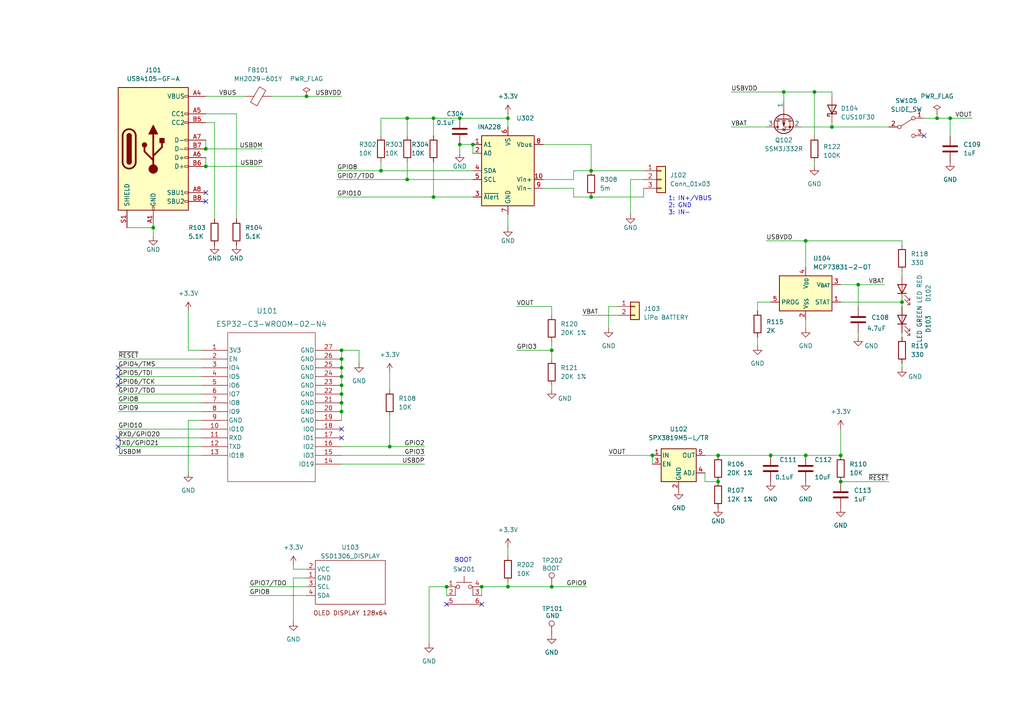
<source format=kicad_sch>
(kicad_sch (version 20250114) (generator "eeschema") (generator_version "9.0")
  (paper "A4")
  (title_block (title "Current Meter") (date "2025-05-11") (rev "Rev1") (company "HNZ") (comment 1 "Licensed under CC-BY-SA V4.0") (comment 2 "(C) 2025 Hiroshi Nakajima <hnakamiru1103@gmail.com>"))
  (lib_symbols
    (symbol "Battery_Management:MCP73831-2-OT"
      (property "Reference" "U" (at -7.62 6.35 0))
      (property "Value" "MCP73831-2-OT" (at 1.27 6.35 0))
      (symbol "MCP73831-2-OT_1_1"
        (pin input line (at -10.16 -2.54 0) (length 2.54) (name "PROG") (number "5"))
        (pin power_in line (at 0 7.62 270) (length 2.54) (name "V_{DD}") (number "4"))
        (pin power_in line (at 0 -7.62 90) (length 2.54) (name "V_{SS}") (number "2"))
        (pin power_out line (at 10.16 2.54 180) (length 2.54) (name "V_{BAT}") (number "3"))
        (pin tri_state line (at 10.16 -2.54 180) (length 2.54) (name "STAT") (number "1"))
      )
    )
    (symbol "Connector:TestPoint" (pin_numbers (hide yes)) (pin_names (offset 0.762) (hide yes))
      (property "Reference" "TP" (at 0 6.858 0))
      (property "Value" "TestPoint" (at 0 5.08 0))
      (symbol "TestPoint_1_1"
        (pin passive line (at 0 0 90) (length 2.54) (name "1") (number "1"))
      )
    )
    (symbol "Connector_Generic:Conn_01x02" (pin_names (offset 1.016) (hide yes))
      (property "Reference" "J" (at 0 2.54 0))
      (property "Value" "Conn_01x02" (at 0 -5.08 0))
      (symbol "Conn_01x02_1_1"
        (pin passive line (at -5.08 0 0) (length 3.81) (name "Pin_1") (number "1"))
        (pin passive line (at -5.08 -2.54 0) (length 3.81) (name "Pin_2") (number "2"))
      )
    )
    (symbol "Connector_Generic:Conn_01x03" (pin_names (offset 1.016) (hide yes))
      (property "Reference" "J" (at 0 5.08 0))
      (property "Value" "Conn_01x03" (at 0 -5.08 0))
      (symbol "Conn_01x03_1_1"
        (pin passive line (at -5.08 2.54 0) (length 3.81) (name "Pin_1") (number "1"))
        (pin passive line (at -5.08 0 0) (length 3.81) (name "Pin_2") (number "2"))
        (pin passive line (at -5.08 -2.54 0) (length 3.81) (name "Pin_3") (number "3"))
      )
    )
    (symbol "Device:C" (pin_numbers (hide yes)) (pin_names (offset 0.254))
      (property "Reference" "C" (at 0.635 2.54 0))
      (property "Value" "C" (at 0.635 -2.54 0))
      (symbol "C_1_1"
        (pin passive line (at 0 3.81 270) (length 2.794) (name "~") (number "1"))
        (pin passive line (at 0 -3.81 90) (length 2.794) (name "~") (number "2"))
      )
    )
    (symbol "Device:FerriteBead" (pin_numbers (hide yes)) (pin_names (offset 0))
      (property "Reference" "FB" (at -3.81 0.635 90))
      (property "Value" "FerriteBead" (at 3.81 0 90))
      (symbol "FerriteBead_1_1"
        (pin passive line (at 0 3.81 270) (length 2.54) (name "~") (number "1"))
        (pin passive line (at 0 -3.81 90) (length 2.54) (name "~") (number "2"))
      )
    )
    (symbol "Device:LED" (pin_numbers (hide yes)) (pin_names (offset 1.016) (hide yes))
      (property "Reference" "D" (at 0 2.54 0))
      (property "Value" "LED" (at 0 -2.54 0))
      (symbol "LED_1_1"
        (pin passive line (at -3.81 0 0) (length 2.54) (name "K") (number "1"))
        (pin passive line (at 3.81 0 180) (length 2.54) (name "A") (number "2"))
      )
    )
    (symbol "Device:R" (pin_numbers (hide yes)) (pin_names (offset 0))
      (property "Reference" "R" (at 2.032 0 90))
      (property "Value" "R" (at 0 0 90))
      (symbol "R_1_1"
        (pin passive line (at 0 3.81 270) (length 1.27) (name "~") (number "1"))
        (pin passive line (at 0 -3.81 90) (length 1.27) (name "~") (number "2"))
      )
    )
    (symbol "Diode:NSR0340HT1G" (pin_numbers (hide yes)) (pin_names (offset 1.016) (hide yes))
      (property "Reference" "D" (at 0 2.54 0))
      (property "Value" "NSR0340HT1G" (at 0 -2.54 0))
      (symbol "NSR0340HT1G_1_1"
        (pin passive line (at -3.81 0 0) (length 2.54) (name "K") (number "1"))
        (pin passive line (at 3.81 0 180) (length 2.54) (name "A") (number "2"))
      )
    )
    (symbol "Regulator_Linear:SPX3819M5-L" (pin_names (offset 0.254))
      (property "Reference" "U" (at -3.81 5.715 0))
      (property "Value" "SPX3819M5-L" (at 0 5.715 0))
      (symbol "SPX3819M5-L_1_1"
        (pin power_in line (at -7.62 2.54 0) (length 2.54) (name "IN") (number "1"))
        (pin input line (at -7.62 0 0) (length 2.54) (name "EN") (number "3"))
        (pin power_in line (at 0 -7.62 90) (length 2.54) (name "GND") (number "2"))
        (pin power_out line (at 7.62 2.54 180) (length 2.54) (name "OUT") (number "5"))
        (pin input line (at 7.62 -2.54 180) (length 2.54) (name "ADJ") (number "4"))
      )
    )
    (symbol "power:+3.3V" (power) (pin_numbers (hide yes)) (pin_names (offset 0) (hide yes))
      (property "Value" "+3.3V" (at 0 3.556 0))
      (symbol "+3.3V_1_1"
        (pin power_in line (at 0 0 90) (length 0) (name "~") (number "1"))
      )
    )
    (symbol "power:GND" (power) (pin_numbers (hide yes)) (pin_names (offset 0) (hide yes))
      (property "Value" "GND" (at 0 -3.81 0))
      (symbol "GND_1_1"
        (pin power_in line (at 0 0 270) (length 0) (name "~") (number "1"))
      )
    )
    (symbol "power:PWR_FLAG" (power) (pin_numbers (hide yes)) (pin_names (offset 0) (hide yes))
      (property "Value" "PWR_FLAG" (at 0 3.81 0))
      (symbol "PWR_FLAG_0_0"
        (pin power_out line (at 0 0 90) (length 0) (name "~") (number "1"))
      )
    )
    (symbol "tbctl:0R" (pin_numbers (hide yes)) (pin_names (offset 0))
      (property "Reference" "R" (at 2.032 0 90))
      (property "Value" "0R" (at 0 0 90))
      (symbol "0R_1_1"
        (pin passive line (at 0 3.81 270) (length 1.27) (name "~") (number "1"))
        (pin passive line (at 0 -3.81 90) (length 1.27) (name "~") (number "2"))
      )
    )
    (symbol "tbctl:10m" (pin_numbers (hide yes)) (pin_names (offset 0))
      (property "Reference" "R" (at 2.032 0 90))
      (property "Value" "10m" (at 0 0 90))
      (symbol "10m_1_1"
        (pin passive line (at 0 3.81 270) (length 1.27) (name "~") (number "1"))
        (pin passive line (at 0 -3.81 90) (length 1.27) (name "~") (number "2"))
      )
    )
    (symbol "tbctl:3.5x2.6 Tact SW" (pin_names (offset 1.016) (hide yes))
      (property "Reference" "SW" (at 0.635 5.715 0))
      (symbol "3.5x2.6 Tact SW_0_1"
        (pin passive line (at -5.08 2.54 0) (length 2.54) (name "1") (number "1"))
        (pin passive line (at -5.08 0 0) (length 2.54) (name "2") (number "2"))
        (pin passive line (at -5.08 -2.54 0) (length 2.54) (name "5") (number "5"))
        (pin passive line (at 5.08 2.54 180) (length 2.54) (name "A") (number "4"))
        (pin passive line (at 5.08 0 180) (length 2.54) (name "K") (number "3"))
        (pin passive line (at 5.08 -2.54 180) (length 2.54) (name "6") (number "6"))
      )
    )
    (symbol "tbctl:ESP32-C3-WROOM-02-N4" (pin_names (offset 0.254))
      (property "Reference" "U" (at 20.32 10.16 0))
      (property "Value" "ESP32-C3-WROOM-02-N4" (at 20.32 7.62 0))
      (symbol "ESP32-C3-WROOM-02-N4_0_1"
        (pin power_in line (at 0 0 0) (length 7.62) (name "3V3") (number "1"))
        (pin passive line (at 0 -2.54 0) (length 7.62) (name "EN") (number "2"))
        (pin bidirectional line (at 0 -5.08 0) (length 7.62) (name "IO4") (number "3"))
        (pin bidirectional line (at 0 -7.62 0) (length 7.62) (name "IO5") (number "4"))
        (pin bidirectional line (at 0 -10.16 0) (length 7.62) (name "IO6") (number "5"))
        (pin bidirectional line (at 0 -12.7 0) (length 7.62) (name "IO7") (number "6"))
        (pin bidirectional line (at 0 -15.24 0) (length 7.62) (name "IO8") (number "7"))
        (pin bidirectional line (at 0 -17.78 0) (length 7.62) (name "IO9") (number "8"))
        (pin power_in line (at 0 -20.32 0) (length 7.62) (name "GND") (number "9"))
        (pin bidirectional line (at 0 -22.86 0) (length 7.62) (name "IO10") (number "10"))
        (pin passive line (at 0 -25.4 0) (length 7.62) (name "RXD") (number "11"))
        (pin passive line (at 0 -27.94 0) (length 7.62) (name "TXD") (number "12"))
        (pin bidirectional line (at 0 -30.48 0) (length 7.62) (name "IO18") (number "13"))
        (pin power_in line (at 40.64 0 180) (length 7.62) (name "GND") (number "27"))
        (pin power_in line (at 40.64 -2.54 180) (length 7.62) (name "GND") (number "26"))
        (pin power_in line (at 40.64 -5.08 180) (length 7.62) (name "GND") (number "25"))
        (pin power_in line (at 40.64 -7.62 180) (length 7.62) (name "GND") (number "24"))
        (pin power_in line (at 40.64 -10.16 180) (length 7.62) (name "GND") (number "23"))
        (pin power_in line (at 40.64 -12.7 180) (length 7.62) (name "GND") (number "22"))
        (pin power_in line (at 40.64 -15.24 180) (length 7.62) (name "GND") (number "21"))
        (pin power_in line (at 40.64 -17.78 180) (length 7.62) (name "GND") (number "20"))
        (pin power_in line (at 40.64 -20.32 180) (length 7.62) (name "GND") (number "19"))
        (pin bidirectional line (at 40.64 -22.86 180) (length 7.62) (name "IO0") (number "18"))
        (pin bidirectional line (at 40.64 -25.4 180) (length 7.62) (name "IO1") (number "17"))
        (pin bidirectional line (at 40.64 -27.94 180) (length 7.62) (name "IO2") (number "16"))
        (pin bidirectional line (at 40.64 -30.48 180) (length 7.62) (name "IO3") (number "15"))
        (pin bidirectional line (at 40.64 -33.02 180) (length 7.62) (name "IO19") (number "14"))
      )
    )
    (symbol "tbctl:INA228"
      (property "Reference" "U" (at -6.35 11.43 0))
      (property "Value" "INA228" (at 3.81 11.43 0))
      (symbol "INA228_1_1"
        (pin input line (at -10.16 7.62 0) (length 2.54) (name "Vbus") (number "8"))
        (pin input line (at -10.16 -2.54 0) (length 2.54) (name "Vin+") (number "10"))
        (pin input line (at -10.16 -5.08 0) (length 2.54) (name "Vin-") (number "9"))
        (pin power_in line (at 0 12.7 270) (length 2.54) (name "VS") (number "6"))
        (pin power_in line (at 0 -12.7 90) (length 2.54) (name "GND") (number "7"))
        (pin input line (at 10.16 7.62 180) (length 2.54) (name "A1") (number "1"))
        (pin input line (at 10.16 5.08 180) (length 2.54) (name "A0") (number "2"))
        (pin bidirectional line (at 10.16 0 180) (length 2.54) (name "SDA") (number "4"))
        (pin input line (at 10.16 -2.54 180) (length 2.54) (name "SCL") (number "5"))
        (pin open_collector line (at 10.16 -7.62 180) (length 2.54) (name "~{Alert}") (number "3"))
      )
    )
    (symbol "tbctl:SLIDE_SW" (pin_names (offset 0) (hide yes))
      (property "Reference" "SW" (at 0 4.318 0))
      (property "Value" "SLIDE_SW" (at 0 -5.08 0))
      (symbol "SLIDE_SW_1_1"
        (pin passive line (at -5.08 0 0) (length 2.54) (name "B") (number "2"))
        (pin passive line (at 5.08 2.54 180) (length 2.54) (name "A") (number "1"))
        (pin passive line (at 5.08 -2.54 180) (length 2.54) (name "C") (number "3"))
      )
    )
    (symbol "tbctl:SSD1306_DISPLAY"
      (property "Reference" "U" (at -3.048 8.636 0))
      (property "Value" "SSD1306_DISPLAY" (at 0 0 0))
      (symbol "SSD1306_DISPLAY_1_1"
        (text "OLED DISPLAY 128x64" (at 0 -7.62 0) (effects (font (size 1.27 1.27))))
        (pin power_in line (at -12.7 5.08 0) (length 2.54) (name "VCC") (number "2"))
        (pin power_in line (at -12.7 2.54 0) (length 2.54) (name "GND") (number "1"))
        (pin passive line (at -12.7 0 0) (length 2.54) (name "SCL") (number "3"))
        (pin passive line (at -12.7 -2.54 0) (length 2.54) (name "SDA") (number "4"))
      )
    )
    (symbol "tbctl:SSM3J332R" (pin_numbers (hide yes)) (pin_names (offset 0))
      (property "Reference" "Q" (at 5.08 1.27 0))
      (property "Value" "SSM3J332R" (at 5.08 -1.27 0))
      (symbol "SSM3J332R_1_1"
        (pin input line (at -5.08 0 0) (length 2.54) (name "1") (number "1"))
        (pin passive line (at 2.54 5.08 270) (length 2.54) (name "3") (number "3"))
        (pin passive line (at 2.54 -5.08 90) (length 2.54) (name "2") (number "2"))
      )
    )
    (symbol "tbctl:USB_C_Receptacle_USB2.0_5077CR" (pin_names (offset 1.016))
      (property "Reference" "J" (at -10.16 19.05 0))
      (property "Value" "USB_C_Receptacle_USB2.0_5077CR" (at 19.05 19.05 0))
      (symbol "USB_C_Receptacle_USB2.0_5077CR_1_1"
        (pin passive line (at -7.62 -22.86 90) (length 5.08) (name "SHIELD") (number "S1"))
        (pin passive line (at 0 -22.86 90) (length 5.08) (name "GND") (number "A1"))
        (pin passive line (at 0 -22.86 90) (length 5.08) (hide yes) (name "GND") (number "A12"))
        (pin passive line (at 0 -22.86 90) (length 5.08) (hide yes) (name "GND") (number "B1"))
        (pin passive line (at 0 -22.86 90) (length 5.08) (hide yes) (name "GND") (number "B12"))
        (pin passive line (at 15.24 15.24 180) (length 5.08) (name "VBUS") (number "A4"))
        (pin passive line (at 15.24 15.24 180) (length 5.08) (hide yes) (name "VBUS") (number "A9"))
        (pin passive line (at 15.24 15.24 180) (length 5.08) (hide yes) (name "VBUS") (number "B4"))
        (pin passive line (at 15.24 15.24 180) (length 5.08) (hide yes) (name "VBUS") (number "B9"))
        (pin bidirectional line (at 15.24 10.16 180) (length 5.08) (name "CC1") (number "A5"))
        (pin bidirectional line (at 15.24 7.62 180) (length 5.08) (name "CC2") (number "B5"))
        (pin bidirectional line (at 15.24 2.54 180) (length 5.08) (name "D-") (number "A7"))
        (pin bidirectional line (at 15.24 0 180) (length 5.08) (name "D-") (number "B7"))
        (pin bidirectional line (at 15.24 -2.54 180) (length 5.08) (name "D+") (number "A6"))
        (pin bidirectional line (at 15.24 -5.08 180) (length 5.08) (name "D+") (number "B6"))
        (pin bidirectional line (at 15.24 -12.7 180) (length 5.08) (name "SBU1") (number "A8"))
        (pin bidirectional line (at 15.24 -15.24 180) (length 5.08) (name "SBU2") (number "B8"))
      )
    )
  )
  (text "BOOT" (at 134.366 162.56 0) (effects (font (size 1.27 1.27))))
  (text "1: IN+/VBUS\n2: GND\n3: IN-" (at 193.802 59.69 0) (effects (font (size 1.27 1.27)) (justify left)))
  (junction (at 147.32 34.29))
  (junction (at 160.02 170.18))
  (junction (at 129.54 170.18))
  (junction (at 133.35 34.29))
  (junction (at 118.11 34.29))
  (junction (at 125.73 57.15))
  (junction (at 99.06 101.6))
  (junction (at 139.7 170.18))
  (junction (at 133.35 41.91))
  (junction (at 171.45 49.53))
  (junction (at 59.69 43.18))
  (junction (at 99.06 104.14))
  (junction (at 59.69 48.26))
  (junction (at 99.06 119.38))
  (junction (at 137.16 41.91))
  (junction (at 275.59 34.29))
  (junction (at 99.06 111.76))
  (junction (at 271.78 34.29))
  (junction (at 243.84 132.08))
  (junction (at 208.28 139.7))
  (junction (at 160.02 101.6))
  (junction (at 88.9 27.94))
  (junction (at 125.73 34.29))
  (junction (at 261.62 87.63))
  (junction (at 110.49 49.53))
  (junction (at 171.45 57.15))
  (junction (at 189.23 132.08))
  (junction (at 236.22 26.67))
  (junction (at 248.92 82.55))
  (junction (at 241.3 36.83))
  (junction (at 113.03 129.54))
  (junction (at 243.84 139.7))
  (junction (at 99.06 116.84))
  (junction (at 233.68 132.08))
  (junction (at 227.33 26.67))
  (junction (at 147.32 170.18))
  (junction (at 99.06 106.68))
  (junction (at 44.45 66.04))
  (junction (at 118.11 52.07))
  (junction (at 99.06 109.22))
  (junction (at 223.52 132.08))
  (junction (at 233.68 69.85))
  (junction (at 208.28 132.08))
  (junction (at 99.06 114.3))
  (no_connect (at 59.69 55.88))
  (no_connect (at 34.29 106.68))
  (no_connect (at 34.29 109.22))
  (no_connect (at 34.29 127))
  (no_connect (at 99.06 127))
  (no_connect (at 267.97 39.37))
  (no_connect (at 34.29 111.76))
  (no_connect (at 129.54 175.26))
  (no_connect (at 59.69 58.42))
  (no_connect (at 139.7 175.26))
  (no_connect (at 99.06 124.46))
  (no_connect (at 34.29 129.54))
  (wire (pts (xy 243.84 139.7) (xy 257.81 139.7)))
  (wire (pts (xy 110.49 49.53) (xy 97.79 49.53)))
  (wire (pts (xy 99.06 111.76) (xy 99.06 114.3)))
  (wire (pts (xy 99.06 114.3) (xy 99.06 116.84)))
  (wire (pts (xy 99.06 101.6) (xy 104.14 101.6)))
  (wire (pts (xy 34.29 116.84) (xy 58.42 116.84)))
  (wire (pts (xy 104.14 101.6) (xy 104.14 105.41)))
  (wire (pts (xy 113.03 129.54) (xy 123.19 129.54)))
  (wire (pts (xy 267.97 34.29) (xy 271.78 34.29)))
  (wire (pts (xy 54.61 90.17) (xy 54.61 101.6)))
  (wire (pts (xy 223.52 132.08) (xy 233.68 132.08)))
  (wire (pts (xy 160.02 170.18) (xy 170.18 170.18)))
  (wire (pts (xy 137.16 41.91) (xy 137.16 44.45)))
  (wire (pts (xy 219.71 97.79) (xy 219.71 100.33)))
  (wire (pts (xy 179.07 88.9) (xy 176.53 88.9)))
  (wire (pts (xy 137.16 57.15) (xy 125.73 57.15)))
  (wire (pts (xy 147.32 34.29) (xy 133.35 34.29)))
  (wire (pts (xy 261.62 69.85) (xy 261.62 71.12)))
  (wire (pts (xy 118.11 52.07) (xy 97.79 52.07)))
  (wire (pts (xy 34.29 127) (xy 58.42 127)))
  (wire (pts (xy 110.49 46.99) (xy 110.49 49.53)))
  (wire (pts (xy 147.32 158.75) (xy 147.32 161.29)))
  (wire (pts (xy 99.06 104.14) (xy 99.06 106.68)))
  (wire (pts (xy 227.33 29.21) (xy 227.33 26.67)))
  (wire (pts (xy 59.69 48.26) (xy 76.2 48.26)))
  (wire (pts (xy 147.32 168.91) (xy 147.32 170.18)))
  (wire (pts (xy 248.92 96.52) (xy 248.92 97.79)))
  (wire (pts (xy 113.03 107.95) (xy 113.03 113.03)))
  (wire (pts (xy 236.22 26.67) (xy 227.33 26.67)))
  (wire (pts (xy 186.69 52.07) (xy 182.88 52.07)))
  (wire (pts (xy 34.29 114.3) (xy 58.42 114.3)))
  (wire (pts (xy 59.69 43.18) (xy 76.2 43.18)))
  (wire (pts (xy 243.84 87.63) (xy 261.62 87.63)))
  (wire (pts (xy 147.32 62.23) (xy 147.32 66.04)))
  (wire (pts (xy 36.83 66.04) (xy 44.45 66.04)))
  (wire (pts (xy 125.73 34.29) (xy 125.73 39.37)))
  (wire (pts (xy 99.06 129.54) (xy 113.03 129.54)))
  (wire (pts (xy 72.39 172.72) (xy 88.9 172.72)))
  (wire (pts (xy 59.69 33.02) (xy 68.58 33.02)))
  (wire (pts (xy 99.06 106.68) (xy 99.06 109.22)))
  (wire (pts (xy 160.02 99.06) (xy 160.02 101.6)))
  (wire (pts (xy 34.29 104.14) (xy 58.42 104.14)))
  (wire (pts (xy 99.06 119.38) (xy 99.06 121.92)))
  (wire (pts (xy 99.06 116.84) (xy 99.06 119.38)))
  (wire (pts (xy 212.09 36.83) (xy 222.25 36.83)))
  (wire (pts (xy 176.53 88.9) (xy 176.53 95.25)))
  (wire (pts (xy 233.68 132.08) (xy 243.84 132.08)))
  (wire (pts (xy 124.46 186.69) (xy 124.46 170.18)))
  (wire (pts (xy 186.69 49.53) (xy 171.45 49.53)))
  (wire (pts (xy 157.48 41.91) (xy 171.45 41.91)))
  (wire (pts (xy 118.11 34.29) (xy 110.49 34.29)))
  (wire (pts (xy 125.73 46.99) (xy 125.73 57.15)))
  (wire (pts (xy 166.37 49.53) (xy 171.45 49.53)))
  (wire (pts (xy 261.62 78.74) (xy 261.62 80.01)))
  (wire (pts (xy 261.62 105.41) (xy 261.62 106.68)))
  (wire (pts (xy 44.45 68.58) (xy 44.45 66.04)))
  (wire (pts (xy 88.9 27.94) (xy 99.06 27.94)))
  (wire (pts (xy 166.37 57.15) (xy 166.37 54.61)))
  (wire (pts (xy 243.84 82.55) (xy 248.92 82.55)))
  (wire (pts (xy 139.7 170.18) (xy 147.32 170.18)))
  (wire (pts (xy 271.78 34.29) (xy 275.59 34.29)))
  (wire (pts (xy 248.92 82.55) (xy 248.92 88.9)))
  (wire (pts (xy 171.45 57.15) (xy 186.69 57.15)))
  (wire (pts (xy 99.06 132.08) (xy 123.19 132.08)))
  (wire (pts (xy 137.16 49.53) (xy 110.49 49.53)))
  (wire (pts (xy 118.11 39.37) (xy 118.11 34.29)))
  (wire (pts (xy 236.22 46.99) (xy 236.22 48.26)))
  (wire (pts (xy 222.25 69.85) (xy 233.68 69.85)))
  (wire (pts (xy 54.61 121.92) (xy 54.61 137.16)))
  (wire (pts (xy 124.46 170.18) (xy 129.54 170.18)))
  (wire (pts (xy 34.29 111.76) (xy 58.42 111.76)))
  (wire (pts (xy 118.11 46.99) (xy 118.11 52.07)))
  (wire (pts (xy 149.86 101.6) (xy 160.02 101.6)))
  (wire (pts (xy 176.53 132.08) (xy 189.23 132.08)))
  (wire (pts (xy 182.88 52.07) (xy 182.88 62.23)))
  (wire (pts (xy 160.02 88.9) (xy 160.02 91.44)))
  (wire (pts (xy 232.41 36.83) (xy 241.3 36.83)))
  (wire (pts (xy 233.68 92.71) (xy 233.68 95.25)))
  (wire (pts (xy 248.92 82.55) (xy 256.54 82.55)))
  (wire (pts (xy 58.42 121.92) (xy 54.61 121.92)))
  (wire (pts (xy 147.32 34.29) (xy 147.32 36.83)))
  (wire (pts (xy 59.69 45.72) (xy 59.69 48.26)))
  (wire (pts (xy 88.9 167.64) (xy 85.09 167.64)))
  (wire (pts (xy 204.47 137.16) (xy 204.47 139.7)))
  (wire (pts (xy 171.45 57.15) (xy 166.37 57.15)))
  (wire (pts (xy 78.74 27.94) (xy 88.9 27.94)))
  (wire (pts (xy 62.23 35.56) (xy 62.23 63.5)))
  (wire (pts (xy 171.45 41.91) (xy 171.45 49.53)))
  (wire (pts (xy 189.23 132.08) (xy 189.23 134.62)))
  (wire (pts (xy 204.47 132.08) (xy 208.28 132.08)))
  (wire (pts (xy 236.22 26.67) (xy 236.22 39.37)))
  (wire (pts (xy 85.09 165.1) (xy 88.9 165.1)))
  (wire (pts (xy 34.29 106.68) (xy 58.42 106.68)))
  (wire (pts (xy 275.59 34.29) (xy 281.94 34.29)))
  (wire (pts (xy 223.52 87.63) (xy 219.71 87.63)))
  (wire (pts (xy 85.09 167.64) (xy 85.09 180.34)))
  (wire (pts (xy 147.32 170.18) (xy 160.02 170.18)))
  (wire (pts (xy 59.69 27.94) (xy 71.12 27.94)))
  (wire (pts (xy 129.54 170.18) (xy 129.54 172.72)))
  (wire (pts (xy 160.02 101.6) (xy 160.02 104.14)))
  (wire (pts (xy 59.69 35.56) (xy 62.23 35.56)))
  (wire (pts (xy 113.03 120.65) (xy 113.03 129.54)))
  (wire (pts (xy 271.78 33.02) (xy 271.78 34.29)))
  (wire (pts (xy 59.69 40.64) (xy 59.69 43.18)))
  (wire (pts (xy 261.62 88.9) (xy 261.62 87.63)))
  (wire (pts (xy 219.71 87.63) (xy 219.71 90.17)))
  (wire (pts (xy 34.29 129.54) (xy 58.42 129.54)))
  (wire (pts (xy 34.29 124.46) (xy 58.42 124.46)))
  (wire (pts (xy 85.09 163.83) (xy 85.09 165.1)))
  (wire (pts (xy 125.73 57.15) (xy 97.79 57.15)))
  (wire (pts (xy 157.48 52.07) (xy 166.37 52.07)))
  (wire (pts (xy 147.32 33.02) (xy 147.32 34.29)))
  (wire (pts (xy 133.35 34.29) (xy 125.73 34.29)))
  (wire (pts (xy 99.06 101.6) (xy 99.06 104.14)))
  (wire (pts (xy 166.37 52.07) (xy 166.37 49.53)))
  (wire (pts (xy 204.47 139.7) (xy 208.28 139.7)))
  (wire (pts (xy 236.22 26.67) (xy 241.3 26.67)))
  (wire (pts (xy 133.35 41.91) (xy 133.35 44.45)))
  (wire (pts (xy 243.84 124.46) (xy 243.84 132.08)))
  (wire (pts (xy 208.28 132.08) (xy 223.52 132.08)))
  (wire (pts (xy 241.3 27.94) (xy 241.3 26.67)))
  (wire (pts (xy 261.62 96.52) (xy 261.62 97.79)))
  (wire (pts (xy 137.16 52.07) (xy 118.11 52.07)))
  (wire (pts (xy 139.7 170.18) (xy 139.7 172.72)))
  (wire (pts (xy 99.06 134.62) (xy 123.19 134.62)))
  (wire (pts (xy 241.3 36.83) (xy 257.81 36.83)))
  (wire (pts (xy 34.29 109.22) (xy 58.42 109.22)))
  (wire (pts (xy 34.29 119.38) (xy 58.42 119.38)))
  (wire (pts (xy 34.29 132.08) (xy 58.42 132.08)))
  (wire (pts (xy 137.16 41.91) (xy 133.35 41.91)))
  (wire (pts (xy 149.86 88.9) (xy 160.02 88.9)))
  (wire (pts (xy 110.49 39.37) (xy 110.49 34.29)))
  (wire (pts (xy 125.73 34.29) (xy 118.11 34.29)))
  (wire (pts (xy 241.3 35.56) (xy 241.3 36.83)))
  (wire (pts (xy 233.68 69.85) (xy 233.68 77.47)))
  (wire (pts (xy 166.37 54.61) (xy 157.48 54.61)))
  (wire (pts (xy 160.02 111.76) (xy 160.02 113.03)))
  (wire (pts (xy 68.58 33.02) (xy 68.58 63.5)))
  (wire (pts (xy 275.59 34.29) (xy 275.59 39.37)))
  (wire (pts (xy 227.33 26.67) (xy 212.09 26.67)))
  (wire (pts (xy 168.91 91.44) (xy 179.07 91.44)))
  (wire (pts (xy 233.68 69.85) (xy 261.62 69.85)))
  (wire (pts (xy 72.39 170.18) (xy 88.9 170.18)))
  (wire (pts (xy 58.42 101.6) (xy 54.61 101.6)))
  (wire (pts (xy 99.06 109.22) (xy 99.06 111.76)))
  (wire (pts (xy 186.69 54.61) (xy 186.69 57.15)))
  (label "GPIO10" (at 34.29 124.46 0))
  (label "GPIO3" (at 149.86 101.6 0))
  (label "VBAT" (at 256.54 82.55 180))
  (label "USBDP" (at 123.19 134.62 180))
  (label "GPIO7{slash}TDO" (at 34.29 114.3 0))
  (label "VOUT" (at 281.94 34.29 180))
  (label "GPIO2" (at 123.19 129.54 180))
  (label "GPIO3" (at 123.19 132.08 180))
  (label "USBDM" (at 34.29 132.08 0))
  (label "USBVDD" (at 222.25 69.85 0))
  (label "VOUT" (at 176.53 132.08 0))
  (label "GPIO8" (at 34.29 116.84 0))
  (label "GPIO6{slash}TCK" (at 34.29 111.76 0))
  (label "USBVDD" (at 212.09 26.67 0))
  (label "GPIO9" (at 34.29 119.38 0))
  (label "GPIO9" (at 170.18 170.18 180))
  (label "USBDP" (at 76.2 48.26 180))
  (label "VBAT" (at 212.09 36.83 0))
  (label "~{RESET}" (at 257.81 139.7 180))
  (label "RXD{slash}GPIO20" (at 34.29 127 0))
  (label "GPIO5{slash}TDI" (at 34.29 109.22 0))
  (label "GPIO8" (at 72.39 172.72 0))
  (label "VOUT" (at 149.86 88.9 0))
  (label "GPIO7{slash}TDO" (at 72.39 170.18 0))
  (label "USBDM" (at 76.2 43.18 180))
  (label "TXD{slash}GPIO21" (at 34.29 129.54 0))
  (label "VBUS" (at 63.5 27.94 0))
  (label "GPIO4{slash}TMS" (at 34.29 106.68 0))
  (label "~{RESET}" (at 34.29 104.14 0))
  (label "VBAT" (at 168.91 91.44 0))
  (label "GPIO8" (at 97.79 49.53 0))
  (label "USBVDD" (at 99.06 27.94 180))
  (label "GPIO10" (at 97.79 57.15 0))
  (label "GPIO7{slash}TDO" (at 97.79 52.07 0))
  (symbol (lib_id "Connector:TestPoint") (at 160.02 184.15 0) (unit 1)
    (property "Reference" "TP101" (at 157.226 176.53 0) (effects (justify left)))
    (property "Value" "GND" (at 158.242 178.562 0) (effects (justify left)))
    (property "Footprint" "TestPoint:TestPoint_Pad_D1.0mm" (effects (hide yes)))
    (property "Description" "test point" (effects (hide yes)))
    (property "digikey" "-" (effects (hide yes)))
  )
  (symbol (lib_id "Device:R") (at 160.02 107.95 0) (unit 1)
    (property "Reference" "R121" (at 162.56 106.68 0) (effects (justify left)))
    (property "Value" "20K 1%" (at 162.56 109.22 0) (effects (justify left)))
    (property "Footprint" "Resistor_SMD:R_0603_1608Metric" (effects (hide yes)))
    (property "distributor" "https://www.digikey.jp/en/products/detail/yageo/RC0603FR-0720KL/727040" (effects (hide yes)))
    (property "digikey" "311-20.0KHRCT-ND" (effects (hide yes)))
  )
  (symbol (lib_id "power:GND") (at 176.53 95.25 0) (unit 1)
    (property "Reference" "#PWR0136" (effects (hide yes)))
    (property "Value" "GND" (at 176.53 100.33 0))
    (property "Description" "Power symbol creates a global label with name \"GND\" , ground" (effects (hide yes)))
  )
  (symbol (lib_id "power:GND") (at 160.02 113.03 0) (unit 1)
    (property "Reference" "#PWR0134" (effects (hide yes)))
    (property "Value" "GND" (at 163.83 115.57 0))
    (property "Description" "Power symbol creates a global label with name \"GND\" , ground" (effects (hide yes)))
  )
  (symbol (lib_id "Device:LED") (at 261.62 92.71 90) (unit 1)
    (property "Reference" "D103" (at 269.24 93.98 0))
    (property "Value" "LED GREEN" (at 266.7 93.98 0))
    (property "Footprint" "LED_SMD:LED_0603_1608Metric_Pad1.05x0.95mm_HandSolder" (effects (hide yes)))
    (property "Description" "Light emitting diode" (effects (hide yes)))
    (property "distributor" "https://www.digikey.com/en/products/detail/harvatek-corporation/B1931NG-20D001114U1930/15861262" (effects (hide yes)))
    (property "Sim.Pins" "1=K 2=A" (effects (hide yes)))
    (property "digikey" "3147-B1911PG--20D000514U1930CT-ND" (effects (hide yes)))
  )
  (symbol (lib_id "power:GND") (at 219.71 100.33 0) (unit 1)
    (property "Reference" "#PWR0123" (effects (hide yes)))
    (property "Value" "GND" (at 219.71 105.41 0))
    (property "Description" "Power symbol creates a global label with name \"GND\" , ground" (effects (hide yes)))
  )
  (symbol (lib_id "power:GND") (at 196.85 142.24 0) (unit 1)
    (property "Reference" "#PWR0113" (effects (hide yes)))
    (property "Value" "GND" (at 196.85 147.32 0))
    (property "Description" "Power symbol creates a global label with name \"GND\" , ground" (effects (hide yes)))
  )
  (symbol (lib_id "Diode:NSR0340HT1G") (at 241.3 31.75 90) (unit 1)
    (property "Reference" "D104" (at 243.84 31.4325 90) (effects (justify right)))
    (property "Value" "CUS10F30" (at 243.84 33.9725 90) (effects (justify right)))
    (property "Footprint" "Diode_SMD:D_SOD-323_HandSoldering" (effects (hide yes)))
    (property "distributor" "https://www.digikey.com/en/products/detail/onsemi/NSR0340HT1G/1981491" (effects (hide yes)))
    (property "digikey" "CUS10F30H3FCT-ND" (effects (hide yes)))
  )
  (symbol (lib_id "power:GND") (at 233.68 95.25 0) (unit 1)
    (property "Reference" "#PWR0124" (effects (hide yes)))
    (property "Value" "GND" (at 233.68 100.33 0))
    (property "Description" "Power symbol creates a global label with name \"GND\" , ground" (effects (hide yes)))
  )
  (symbol (lib_id "power:GND") (at 275.59 46.99 0) (unit 1)
    (property "Reference" "#PWR0138" (effects (hide yes)))
    (property "Value" "GND" (at 275.59 52.07 0))
    (property "Description" "Power symbol creates a global label with name \"GND\" , ground" (effects (hide yes)))
  )
  (symbol (lib_id "Device:LED") (at 261.62 83.82 90) (unit 1)
    (property "Reference" "D102" (at 269.24 85.09 0))
    (property "Value" "LED RED" (at 266.7 83.82 0))
    (property "Footprint" "LED_SMD:LED_0603_1608Metric_Pad1.05x0.95mm_HandSolder" (effects (hide yes)))
    (property "Description" "Light emitting diode" (effects (hide yes)))
    (property "distributor" "https://www.digikey.com/en/products/detail/harvatek-corporation/B1931URO-20D000114U1930/15910603" (effects (hide yes)))
    (property "Sim.Pins" "1=K 2=A" (effects (hide yes)))
    (property "digikey" "3147-B1931URO-20D000114U1930CT-ND" (effects (hide yes)))
  )
  (symbol (lib_id "power:+3.3V") (at 147.32 158.75 0) (unit 1)
    (property "Reference" "#PWR0204" (effects (hide yes)))
    (property "Value" "+3.3V" (at 147.32 153.67 0))
    (property "Description" "Power symbol creates a global label with name \"+3.3V\"" (effects (hide yes)))
  )
  (symbol (lib_id "Device:R") (at 113.03 116.84 0) (unit 1)
    (property "Reference" "R108" (at 115.57 115.5699 0) (effects (justify left)))
    (property "Value" "10K" (at 115.57 118.1099 0) (effects (justify left)))
    (property "Footprint" "Resistor_SMD:R_0603_1608Metric" (effects (hide yes)))
    (property "distributor" "https://www.digikey.jp/en/products/detail/yageo/RC0603JR-1010KL/13694233" (effects (hide yes)))
    (property "digikey" "311-10KGRCT-ND" (effects (hide yes)))
  )
  (symbol (lib_id "Device:R") (at 147.32 165.1 0) (unit 1)
    (property "Reference" "R202" (at 149.86 163.8299 0) (effects (justify left)))
    (property "Value" "10K" (at 149.86 166.3699 0) (effects (justify left)))
    (property "Footprint" "Resistor_SMD:R_0603_1608Metric" (effects (hide yes)))
    (property "Description" "Resistor" (effects (hide yes)))
    (property "distributor" "https://www.digikey.com/en/products/detail/yageo/RC0603JR-1010KL/13694233" (effects (hide yes)))
    (property "digikey" "311-10KGRCT-ND" (effects (hide yes)))
  )
  (symbol (lib_id "tbctl:SSD1306_DISPLAY") (at 101.6 170.18 0) (unit 1)
    (property "Reference" "U103" (at 101.6 158.75 0))
    (property "Value" "SSD1306_DISPLAY" (at 101.6 161.29 0))
    (property "Footprint" "Lib:OLED I2C DISPLAY" (effects (hide yes)))
    (property "distributor" "https://akizukidenshi.com/catalog/g/g112031/" (effects (hide yes)))
    (property "digikey" "https://akizukidenshi.com/catalog/g/g112031/" (effects (hide yes)))
  )
  (symbol (lib_id "Device:R") (at 261.62 74.93 0) (unit 1)
    (property "Reference" "R118" (at 264.16 73.6599 0) (effects (justify left)))
    (property "Value" "330" (at 264.16 76.1999 0) (effects (justify left)))
    (property "Footprint" "Resistor_SMD:R_0603_1608Metric" (effects (hide yes)))
    (property "distributor" "https://www.digikey.com/en/products/detail/yageo/RC0603JR-13330RL/14286483" (effects (hide yes)))
    (property "digikey" "311-330GRCT-ND" (effects (hide yes)))
  )
  (symbol (lib_id "Device:R") (at 208.28 135.89 0) (unit 1)
    (property "Reference" "R106" (at 210.82 134.6199 0) (effects (justify left)))
    (property "Value" "20K 1%" (at 210.82 137.1599 0) (effects (justify left)))
    (property "Footprint" "Resistor_SMD:R_0603_1608Metric" (effects (hide yes)))
    (property "distributor" "https://www.digikey.jp/en/products/detail/yageo/RC0603FR-0720KL/727040" (effects (hide yes)))
    (property "digikey" "311-20.0KHRCT-ND" (effects (hide yes)))
  )
  (symbol (lib_id "tbctl:10m") (at 171.45 53.34 0) (mirror y) (unit 1)
    (property "Reference" "R308" (at 173.99 52.0699 0) (effects (justify right)))
    (property "Value" "5m" (at 173.99 54.6099 0) (effects (justify right)))
    (property "Footprint" "Resistor_SMD:R_2512_6332Metric_Pad1.40x3.35mm_HandSolder" (effects (hide yes)))
    (property "Description" "Resistor 10mOhm" (effects (hide yes)))
    (property "distributor" "https://www.digikey.com/en/products/detail/resi/PEWF2512D5L00Q9/24372530" (effects (hide yes)))
    (property "digikey" "4506-PEWF2512D5L00Q9CT-ND " (effects (hide yes)))
  )
  (symbol (lib_id "power:GND") (at 208.28 147.32 0) (unit 1)
    (property "Reference" "#PWR0115" (effects (hide yes)))
    (property "Value" "GND" (at 208.28 151.13 0))
    (property "Description" "Power symbol creates a global label with name \"GND\" , ground" (effects (hide yes)))
  )
  (symbol (lib_id "Device:R") (at 236.22 43.18 0) (unit 1)
    (property "Reference" "R122" (at 238.76 42.545 0) (effects (justify left)))
    (property "Value" "100K" (at 238.76 45.085 0) (effects (justify left)))
    (property "Footprint" "Resistor_SMD:R_0603_1608Metric" (effects (hide yes)))
    (property "distributor" "https://www.digikey.com/en/products/detail/yageo/RC0603JR-07100KL/726698" (effects (hide yes)))
    (property "digikey" "RMCF0603FT100KCT-ND" (effects (hide yes)))
  )
  (symbol (lib_id "Connector:TestPoint") (at 160.02 170.18 0) (unit 1)
    (property "Reference" "TP202" (at 157.226 162.56 0) (effects (justify left)))
    (property "Value" "BOOT" (at 157.226 164.846 0) (effects (justify left)))
    (property "Footprint" "TestPoint:TestPoint_Pad_D1.0mm" (effects (hide yes)))
    (property "Description" "test point" (effects (hide yes)))
    (property "digikey" "-" (effects (hide yes)))
  )
  (symbol (lib_id "power:GND") (at 68.58 71.12 0) (unit 1)
    (property "Reference" "#PWR0106" (effects (hide yes)))
    (property "Value" "GND" (at 68.58 74.93 0))
    (property "Description" "Power symbol creates a global label with name \"GND\" , ground" (effects (hide yes)))
  )
  (symbol (lib_id "Connector_Generic:Conn_01x02") (at 184.15 88.9 0) (unit 1)
    (property "Reference" "J103" (at 186.69 89.535 0) (effects (justify left)))
    (property "Value" "LiPo BATTERY" (at 186.69 92.075 0) (effects (justify left)))
    (property "Footprint" "Connector_JST:JST_PH_B2B-PH-K_1x02_P2.00mm_Vertical" (effects (hide yes)))
    (property "distributor" "https://www.digikey.com/en/products/detail/jst-sales-america-inc/B2B-PH-K-S/926611" (effects (hide yes)))
    (property "digikey" "455-1704-ND, Battey:  https://www.amazon.com/EEMB-Battery-Rechargeable-Connector-Certified/dp/B09DPPMX14" (effects (hide yes)))
  )
  (symbol (lib_id "power:GND") (at 104.14 105.41 0) (unit 1)
    (property "Reference" "#PWR0114" (effects (hide yes)))
    (property "Value" "GND" (at 104.14 110.49 0))
    (property "Description" "Power symbol creates a global label with name \"GND\" , ground" (effects (hide yes)))
  )
  (symbol (lib_id "tbctl:3.5x2.6 Tact SW") (at 134.62 172.72 0) (unit 1)
    (property "Reference" "SW201" (at 134.62 165.1 0))
    (property "Value" "3.5x2.6 Tact SW" (effects (hide yes)))
    (property "Footprint" "Lib:WS-TASV SMT Tact Switch" (effects (hide yes)))
    (property "Description" "WS-TASV SMT Tact Switch" (effects (hide yes)))
    (property "digikey" "732-435151014824CT-ND" (effects (hide yes)))
    (property "distributor" "https://www.digikey.com/en/products/detail/w%C3%BCrth-elektronik/435151014824/11627325" (effects (hide yes)))
  )
  (symbol (lib_id "power:PWR_FLAG") (at 88.9 27.94 0) (unit 1)
    (property "Reference" "#FLG0101" (effects (hide yes)))
    (property "Value" "PWR_FLAG" (at 88.9 22.86 0))
    (property "Description" "Special symbol for telling ERC where power comes from" (effects (hide yes)))
  )
  (symbol (lib_id "power:GND") (at 223.52 139.7 0) (unit 1)
    (property "Reference" "#PWR0125" (effects (hide yes)))
    (property "Value" "GND" (at 223.52 144.78 0))
    (property "Description" "Power symbol creates a global label with name \"GND\" , ground" (effects (hide yes)))
  )
  (symbol (lib_id "tbctl:SSM3J332R") (at 227.33 34.29 90) (mirror x) (unit 1)
    (property "Reference" "Q102" (at 227.33 40.64 90))
    (property "Value" "SSM3J332R" (at 227.33 43.18 90))
    (property "Footprint" "Package_TO_SOT_SMD:SOT-23" (effects (hide yes)))
    (property "Description" "MOSFET P-CH 30V 6A SOT23F" (effects (hide yes)))
    (property "Sim.Device" "PMOS" (effects (hide yes)))
    (property "Sim.Type" "VDMOS" (effects (hide yes)))
    (property "Sim.Pins" "1=D 2=G 3=S" (effects (hide yes)))
    (property "digikey" "4518-SSM3J332RCT-ND" (effects (hide yes)))
  )
  (symbol (lib_id "Device:R") (at 110.49 43.18 0) (mirror y) (unit 1)
    (property "Reference" "R302" (at 109.22 41.91 0) (effects (justify left)))
    (property "Value" "10K" (at 107.95 44.45 0) (effects (justify left)))
    (property "Footprint" "Resistor_SMD:R_0603_1608Metric" (effects (hide yes)))
    (property "Description" "Resistor" (effects (hide yes)))
    (property "distributor" "https://www.digikey.com/en/products/detail/yageo/RC0603JR-1010KL/13694233" (effects (hide yes)))
    (property "digikey" "311-10KGRCT-ND" (effects (hide yes)))
  )
  (symbol (lib_id "tbctl:INA228") (at 147.32 49.53 0) (mirror y) (unit 1)
    (property "Reference" "U302" (at 154.94 34.29 0) (effects (justify left)))
    (property "Value" "INA228" (at 145.3641 36.83 0) (effects (justify left)))
    (property "Footprint" "Package_SO:VSSOP-10_3x3mm_P0.5mm" (effects (hide yes)))
    (property "Datasheet" "http://www.ti.com/lit/ds/symlink/ina226.pdf" (effects (hide yes)))
    (property "Description" "High-Side or Low-Side Measurement, Bi-Directional Current and Power Monitor (0-85V) with I2C Compatible Interface, VSSOP-10" (effects (hide yes)))
    (property "distributor" "https://www.digikey.com/en/products/detail/texas-instruments/INA228AIDGSR/13691042" (effects (hide yes)))
    (property "digikey" "296-INA228AIDGSRCT-ND" (effects (hide yes)))
  )
  (symbol (lib_id "tbctl:SLIDE_SW") (at 262.89 36.83 0) (unit 1)
    (property "Reference" "SW105" (at 262.89 29.21 0))
    (property "Value" "SLIDE_SW" (at 262.89 31.75 0))
    (property "Footprint" "Lib:SLIDE_SW_IS1235-G" (effects (hide yes)))
    (property "distributor" "https://akizukidenshi.com/catalog/g/gP-15368/" (effects (hide yes)))
    (property "digikey" "SLIDE_SW_IS1235-G  https://akizukidenshi.com/catalog/g/g115368/" (effects (hide yes)))
  )
  (symbol (lib_id "Device:C") (at 243.84 143.51 0) (unit 1)
    (property "Reference" "C113" (at 247.65 142.2399 0) (effects (justify left)))
    (property "Value" "1uF" (at 247.65 144.78 0) (effects (justify left)))
    (property "Footprint" "Capacitor_SMD:C_0805_2012Metric" (effects (hide yes)))
    (property "distributor" "https://www.digikey.com/en/products/detail/yageo/CC0805ZRY5V7BB105/2833622" (effects (hide yes)))
    (property "digikey" "1276-1029-1-ND" (effects (hide yes)))
  )
  (symbol (lib_id "Device:C") (at 275.59 43.18 0) (unit 1)
    (property "Reference" "C109" (at 279.4 41.9099 0) (effects (justify left)))
    (property "Value" "1uF" (at 279.4 44.45 0) (effects (justify left)))
    (property "Footprint" "Capacitor_SMD:C_0805_2012Metric" (effects (hide yes)))
    (property "distributor" "https://www.digikey.com/en/products/detail/yageo/CC0805ZRY5V7BB105/2833622" (effects (hide yes)))
    (property "digikey" "1276-1029-1-ND" (effects (hide yes)))
  )
  (symbol (lib_id "power:+3.3V") (at 147.32 33.02 0) (mirror y) (unit 1)
    (property "Reference" "#PWR0309" (effects (hide yes)))
    (property "Value" "+3.3V" (at 147.32 27.94 0))
    (property "Description" "Power symbol creates a global label with name \"+3.3V\"" (effects (hide yes)))
  )
  (symbol (lib_id "Battery_Management:MCP73831-2-OT") (at 233.68 85.09 0) (unit 1)
    (property "Reference" "U104" (at 235.8233 74.93 0) (effects (justify left)))
    (property "Value" "MCP73831-2-OT" (at 235.8233 77.47 0) (effects (justify left)))
    (property "Footprint" "Package_TO_SOT_SMD:SOT-23-5" (effects (hide yes)))
    (property "Datasheet" "http://ww1.microchip.com/downloads/en/DeviceDoc/20001984g.pdf" (effects (hide yes)))
    (property "Description" "Single cell, Li-Ion/Li-Po charge management controller, 4.20V, Tri-State Status Output, in SOT23-5 package" (effects (hide yes)))
    (property "distributor" "https://www.digikey.com/en/products/detail/microchip-technology/MCP73831T-2ACI-OT/964301" (effects (hide yes)))
    (property "digikey" "https://akizukidenshi.com/catalog/g/g113288/" (effects (hide yes)))
  )
  (symbol (lib_id "Connector_Generic:Conn_01x03") (at 191.77 52.07 0) (unit 1)
    (property "Reference" "J102" (at 194.31 50.7999 0) (effects (justify left)))
    (property "Value" "Conn_01x03" (at 194.31 53.3399 0) (effects (justify left)))
    (property "Footprint" "Connector_PinSocket_2.54mm:PinSocket_1x03_P2.54mm_Vertical" (effects (hide yes)))
    (property "Description" "Generic connector, single row, 01x03, script generated (kicad-library-utils/schlib/autogen/connector/)" (effects (hide yes)))
    (property "digikey" "https://akizukidenshi.com/catalog/g/g110098/" (effects (hide yes)))
  )
  (symbol (lib_id "power:+3.3V") (at 85.09 163.83 0) (unit 1)
    (property "Reference" "#PWR0108" (effects (hide yes)))
    (property "Value" "+3.3V" (at 85.09 158.75 0))
    (property "Description" "Power symbol creates a global label with name \"+3.3V\"" (effects (hide yes)))
  )
  (symbol (lib_id "power:GND") (at 62.23 71.12 0) (unit 1)
    (property "Reference" "#PWR0104" (effects (hide yes)))
    (property "Value" "GND" (at 62.23 74.93 0))
    (property "Description" "Power symbol creates a global label with name \"GND\" , ground" (effects (hide yes)))
  )
  (symbol (lib_id "Device:R") (at 219.71 93.98 0) (unit 1)
    (property "Reference" "R115" (at 222.25 93.345 0) (effects (justify left)))
    (property "Value" "2K" (at 222.25 95.885 0) (effects (justify left)))
    (property "Footprint" "Resistor_SMD:R_0603_1608Metric" (effects (hide yes)))
    (property "distributor" "https://www.digikey.com/en/products/detail/yageo/RC0603JR-072KL/726726" (effects (hide yes)))
    (property "digikey" "311-2.0KGRCT-ND" (effects (hide yes)))
  )
  (symbol (lib_id "Device:R") (at 160.02 95.25 0) (unit 1)
    (property "Reference" "R120" (at 162.56 93.98 0) (effects (justify left)))
    (property "Value" "20K 1%" (at 162.56 96.52 0) (effects (justify left)))
    (property "Footprint" "Resistor_SMD:R_0603_1608Metric" (effects (hide yes)))
    (property "distributor" "https://www.digikey.jp/en/products/detail/yageo/RC0603FR-0720KL/727040" (effects (hide yes)))
    (property "digikey" "311-20.0KHRCT-ND" (effects (hide yes)))
  )
  (symbol (lib_id "power:GND") (at 261.62 106.68 0) (unit 1)
    (property "Reference" "#PWR0132" (effects (hide yes)))
    (property "Value" "GND" (at 265.43 109.22 0))
    (property "Description" "Power symbol creates a global label with name \"GND\" , ground" (effects (hide yes)))
  )
  (symbol (lib_id "tbctl:USB_C_Receptacle_USB2.0_5077CR") (at 44.45 43.18 0) (unit 1)
    (property "Reference" "J101" (at 44.45 20.32 0))
    (property "Value" "USB4105-GF-A" (at 44.45 22.86 0))
    (property "Footprint" "Lib:USB_C_5077CR-16-SMC2-BK-TR" (effects (hide yes)))
    (property "distributor" "https://www.digikey.com/en/products/detail/gct/USB4105-GF-A/11198441" (effects (hide yes)))
    (property "digikey" "2073-USB4105-GF-ACT-ND" (effects (hide yes)))
  )
  (symbol (lib_id "tbctl:0R") (at 62.23 67.31 180) (unit 1)
    (property "Reference" "R103" (at 54.61 66.04 0) (effects (justify right)))
    (property "Value" "5.1K" (at 54.61 68.58 0) (effects (justify right)))
    (property "Footprint" "Resistor_SMD:R_0603_1608Metric" (effects (hide yes)))
    (property "distributor" "https://www.digikey.com/en/products/detail/yageo/RC0603JR-075K1L/726796" (effects (hide yes)))
    (property "digikey" "311-5.10KHRCT-ND" (effects (hide yes)))
  )
  (symbol (lib_id "power:GND") (at 182.88 62.23 0) (mirror y) (unit 1)
    (property "Reference" "#PWR0311" (effects (hide yes)))
    (property "Value" "GND" (at 182.88 66.04 0))
    (property "Description" "Power symbol creates a global label with name \"GND\" , ground" (effects (hide yes)))
  )
  (symbol (lib_id "power:GND") (at 236.22 48.26 0) (unit 1)
    (property "Reference" "#PWR0135" (effects (hide yes)))
    (property "Value" "GND" (at 236.22 53.34 0))
    (property "Description" "Power symbol creates a global label with name \"GND\" , ground" (effects (hide yes)))
  )
  (symbol (lib_id "Device:C") (at 133.35 38.1 0) (mirror y) (unit 1)
    (property "Reference" "C304" (at 134.62 33.02 0) (effects (justify left)))
    (property "Value" "0.1uF" (at 132.08 35.56 0) (effects (justify left)))
    (property "Footprint" "Capacitor_SMD:C_0603_1608Metric" (effects (hide yes)))
    (property "Description" "Unpolarized capacitor" (effects (hide yes)))
    (property "distributor" "https://www.digikey.com/en/products/detail/yageo/CC0603ZRY5V9BB104/2103081" (effects (hide yes)))
    (property "digikey" "311-1088-1-ND" (effects (hide yes)))
  )
  (symbol (lib_id "power:GND") (at 160.02 184.15 0) (unit 1)
    (property "Reference" "#PWR0101" (effects (hide yes)))
    (property "Value" "GND" (at 160.02 189.23 0))
    (property "Description" "Power symbol creates a global label with name \"GND\" , ground" (effects (hide yes)))
  )
  (symbol (lib_id "Device:C") (at 223.52 135.89 0) (unit 1)
    (property "Reference" "C111" (at 226.06 133.35 0) (effects (justify left)))
    (property "Value" "0.1uF" (at 224.79 138.43 0) (effects (justify left)))
    (property "Footprint" "Capacitor_SMD:C_0603_1608Metric" (effects (hide yes)))
    (property "distributor" "https://www.digikey.com/en/products/detail/yageo/CC0603ZRY5V9BB104/2103081" (effects (hide yes)))
    (property "digikey" "311-1088-1-ND" (effects (hide yes)))
  )
  (symbol (lib_id "power:GND") (at 243.84 147.32 0) (unit 1)
    (property "Reference" "#PWR0129" (effects (hide yes)))
    (property "Value" "GND" (at 243.84 152.4 0))
    (property "Description" "Power symbol creates a global label with name \"GND\" , ground" (effects (hide yes)))
  )
  (symbol (lib_id "power:GND") (at 44.45 68.58 0) (unit 1)
    (property "Reference" "#PWR0102" (effects (hide yes)))
    (property "Value" "GND" (at 44.45 72.39 0))
    (property "Description" "Power symbol creates a global label with name \"GND\" , ground" (effects (hide yes)))
  )
  (symbol (lib_id "tbctl:ESP32-C3-WROOM-02-N4") (at 58.42 101.6 0) (unit 1)
    (property "Reference" "U101" (at 77.47 90.17 0) (effects (font (size 1.524 1.524))))
    (property "Value" "ESP32-C3-WROOM-02-N4" (at 78.74 93.98 0) (effects (font (size 1.524 1.524))))
    (property "Footprint" "Lib:IC18_ESP32-C3-WROOM-02-N4_EXP" (effects (hide yes)))
    (property "Datasheet" "ESP32-C3-WROOM-02-N4" (effects (hide yes)))
    (property "distributor" "https://www.digikey.com/en/products/detail/espressif-systems/ESP32-C3-WROOM-02-N4/14553031" (effects (hide yes)))
    (property "digikey" "1965-ESP32-C3-WROOM-02-N4CT-ND" (effects (hide yes)))
  )
  (symbol (lib_id "power:GND") (at 54.61 137.16 0) (unit 1)
    (property "Reference" "#PWR0110" (effects (hide yes)))
    (property "Value" "GND" (at 54.61 142.24 0))
    (property "Description" "Power symbol creates a global label with name \"GND\" , ground" (effects (hide yes)))
  )
  (symbol (lib_id "power:GND") (at 85.09 180.34 0) (unit 1)
    (property "Reference" "#PWR0111" (effects (hide yes)))
    (property "Value" "GND" (at 85.09 185.42 0))
    (property "Description" "Power symbol creates a global label with name \"GND\" , ground" (effects (hide yes)))
  )
  (symbol (lib_id "Device:R") (at 118.11 43.18 0) (mirror y) (unit 1)
    (property "Reference" "R303" (at 116.84 41.91 0) (effects (justify left)))
    (property "Value" "10K" (at 115.57 44.45 0) (effects (justify left)))
    (property "Footprint" "Resistor_SMD:R_0603_1608Metric" (effects (hide yes)))
    (property "Description" "Resistor" (effects (hide yes)))
    (property "distributor" "https://www.digikey.com/en/products/detail/yageo/RC0603JR-1010KL/13694233" (effects (hide yes)))
    (property "digikey" "311-10KGRCT-ND" (effects (hide yes)))
  )
  (symbol (lib_id "power:GND") (at 233.68 139.7 0) (unit 1)
    (property "Reference" "#PWR0127" (effects (hide yes)))
    (property "Value" "GND" (at 233.68 144.78 0))
    (property "Description" "Power symbol creates a global label with name \"GND\" , ground" (effects (hide yes)))
  )
  (symbol (lib_id "Device:C") (at 233.68 135.89 0) (unit 1)
    (property "Reference" "C112" (at 236.22 133.35 0) (effects (justify left)))
    (property "Value" "10uF" (at 236.22 138.43 0) (effects (justify left)))
    (property "Footprint" "Capacitor_SMD:C_0805_2012Metric" (effects (hide yes)))
    (property "distributor" "https://www.digikey.com/en/products/detail/murata-electronics/GRM21BR61C106KE15K/2546903" (effects (hide yes)))
    (property "digikey" "587-1300-1-ND" (effects (hide yes)))
  )
  (symbol (lib_id "power:GND") (at 124.46 186.69 0) (unit 1)
    (property "Reference" "#PWR0201" (effects (hide yes)))
    (property "Value" "GND" (at 124.46 191.77 0))
    (property "Description" "Power symbol creates a global label with name \"GND\" , ground" (effects (hide yes)))
  )
  (symbol (lib_id "power:+3.3V") (at 54.61 90.17 0) (unit 1)
    (property "Reference" "#PWR0109" (effects (hide yes)))
    (property "Value" "+3.3V" (at 54.61 85.09 0))
    (property "Description" "Power symbol creates a global label with name \"+3.3V\"" (effects (hide yes)))
  )
  (symbol (lib_id "Device:R") (at 243.84 135.89 0) (unit 1)
    (property "Reference" "R110" (at 246.38 134.6199 0) (effects (justify left)))
    (property "Value" "10K" (at 246.38 137.1599 0) (effects (justify left)))
    (property "Footprint" "Resistor_SMD:R_0603_1608Metric" (effects (hide yes)))
    (property "distributor" "https://www.digikey.jp/en/products/detail/yageo/RC0603JR-1010KL/13694233" (effects (hide yes)))
    (property "digikey" "311-10KGRCT-ND" (effects (hide yes)))
  )
  (symbol (lib_id "power:GND") (at 133.35 44.45 0) (mirror y) (unit 1)
    (property "Reference" "#PWR0306" (effects (hide yes)))
    (property "Value" "GND" (at 133.35 48.26 0))
    (property "Description" "Power symbol creates a global label with name \"GND\" , ground" (effects (hide yes)))
  )
  (symbol (lib_id "Device:FerriteBead") (at 74.93 27.94 90) (unit 1)
    (property "Reference" "FB101" (at 74.8792 20.32 90))
    (property "Value" "MH2029-601Y" (at 74.8792 22.86 90))
    (property "Footprint" "Inductor_SMD:L_0805_2012Metric" (effects (hide yes)))
    (property "distributor" "https://www.digikey.com/en/products/detail/bourns-inc/MH2029-601Y/3741762" (effects (hide yes)))
    (property "digikey" "MH2029-601YCT-ND" (effects (hide yes)))
  )
  (symbol (lib_id "Device:R") (at 125.73 43.18 0) (mirror y) (unit 1)
    (property "Reference" "R304" (at 124.46 41.91 0) (effects (justify left)))
    (property "Value" "10K" (at 123.19 44.45 0) (effects (justify left)))
    (property "Footprint" "Resistor_SMD:R_0603_1608Metric" (effects (hide yes)))
    (property "Description" "Resistor" (effects (hide yes)))
    (property "distributor" "https://www.digikey.com/en/products/detail/yageo/RC0603JR-1010KL/13694233" (effects (hide yes)))
    (property "digikey" "311-10KGRCT-ND" (effects (hide yes)))
  )
  (symbol (lib_id "power:+3.3V") (at 113.03 107.95 0) (unit 1)
    (property "Reference" "#PWR0116" (effects (hide yes)))
    (property "Value" "+3.3V" (at 113.03 102.87 0))
    (property "Description" "Power symbol creates a global label with name \"+3.3V\"" (effects (hide yes)))
  )
  (symbol (lib_id "power:GND") (at 147.32 66.04 0) (mirror y) (unit 1)
    (property "Reference" "#PWR0310" (effects (hide yes)))
    (property "Value" "GND" (at 147.32 69.85 0))
    (property "Description" "Power symbol creates a global label with name \"GND\" , ground" (effects (hide yes)))
  )
  (symbol (lib_id "power:+3.3V") (at 243.84 124.46 0) (unit 1)
    (property "Reference" "#PWR0139" (effects (hide yes)))
    (property "Value" "+3.3V" (at 243.84 119.38 0))
    (property "Description" "Power symbol creates a global label with name \"+3.3V\"" (effects (hide yes)))
  )
  (symbol (lib_id "Device:C") (at 248.92 92.71 0) (unit 1)
    (property "Reference" "C108" (at 252.73 92.075 0) (effects (justify left)))
    (property "Value" "4.7uF" (at 251.46 95.25 0) (effects (justify left)))
    (property "Footprint" "Capacitor_SMD:C_0805_2012Metric" (effects (hide yes)))
    (property "distributor" "https://www.digikey.com/en/products/detail/yageo/CC0805ZRY5V6BB475/2103109" (effects (hide yes)))
    (property "digikey" "1276-1244-1-ND" (effects (hide yes)))
  )
  (symbol (lib_id "Device:R") (at 261.62 101.6 0) (unit 1)
    (property "Reference" "R119" (at 264.16 100.3299 0) (effects (justify left)))
    (property "Value" "330" (at 264.16 102.8699 0) (effects (justify left)))
    (property "Footprint" "Resistor_SMD:R_0603_1608Metric" (effects (hide yes)))
    (property "distributor" "https://www.digikey.com/en/products/detail/yageo/RC0603JR-13330RL/14286483" (effects (hide yes)))
    (property "digikey" "311-330GRCT-ND" (effects (hide yes)))
  )
  (symbol (lib_id "Device:R") (at 208.28 143.51 0) (unit 1)
    (property "Reference" "R107" (at 210.82 142.2399 0) (effects (justify left)))
    (property "Value" "12K 1%" (at 210.82 144.7799 0) (effects (justify left)))
    (property "Footprint" "Resistor_SMD:R_0603_1608Metric" (effects (hide yes)))
    (property "distributor" "https://www.digikey.com/en/products/detail/yageo/RC0603FR-0712KL/726913" (effects (hide yes)))
    (property "digikey" "311-12.0KHRCT-ND" (effects (hide yes)))
  )
  (symbol (lib_id "Regulator_Linear:SPX3819M5-L") (at 196.85 134.62 0) (unit 1)
    (property "Reference" "U102" (at 196.85 124.46 0))
    (property "Value" "SPX3819M5-L/TR" (at 196.85 127 0))
    (property "Footprint" "Package_TO_SOT_SMD:SOT-23-5" (effects (hide yes)))
    (property "Datasheet" "https://www.exar.com/content/document.ashx?id=22106&languageid=1033&type=Datasheet&partnumber=SPX3819&filename=SPX3819.pdf&part=SPX3819" (effects (hide yes)))
    (property "distributor" "https://www.digikey.com/en/products/detail/maxlinear-inc/SPX3819M5-L-TR/2472388" (effects (hide yes)))
    (property "digikey" "1016-1871-1-ND" (effects (hide yes)))
  )
  (symbol (lib_id "tbctl:0R") (at 68.58 67.31 180) (unit 1)
    (property "Reference" "R104" (at 71.12 66.04 0) (effects (justify right)))
    (property "Value" "5.1K" (at 71.12 68.58 0) (effects (justify right)))
    (property "Footprint" "Resistor_SMD:R_0603_1608Metric" (effects (hide yes)))
    (property "distributor" "https://www.digikey.com/en/products/detail/yageo/RC0603JR-075K1L/726796" (effects (hide yes)))
    (property "digikey" "311-5.10KHRCT-ND" (effects (hide yes)))
  )
  (symbol (lib_id "power:GND") (at 248.92 97.79 0) (unit 1)
    (property "Reference" "#PWR0128" (effects (hide yes)))
    (property "Value" "GND" (at 252.73 100.33 0))
    (property "Description" "Power symbol creates a global label with name \"GND\" , ground" (effects (hide yes)))
  )
  (symbol (lib_id "power:PWR_FLAG") (at 271.78 33.02 0) (unit 1)
    (property "Reference" "#FLG0103" (effects (hide yes)))
    (property "Value" "PWR_FLAG" (at 271.78 27.94 0))
    (property "Description" "Special symbol for telling ERC where power comes from" (effects (hide yes)))
  )
)
</source>
